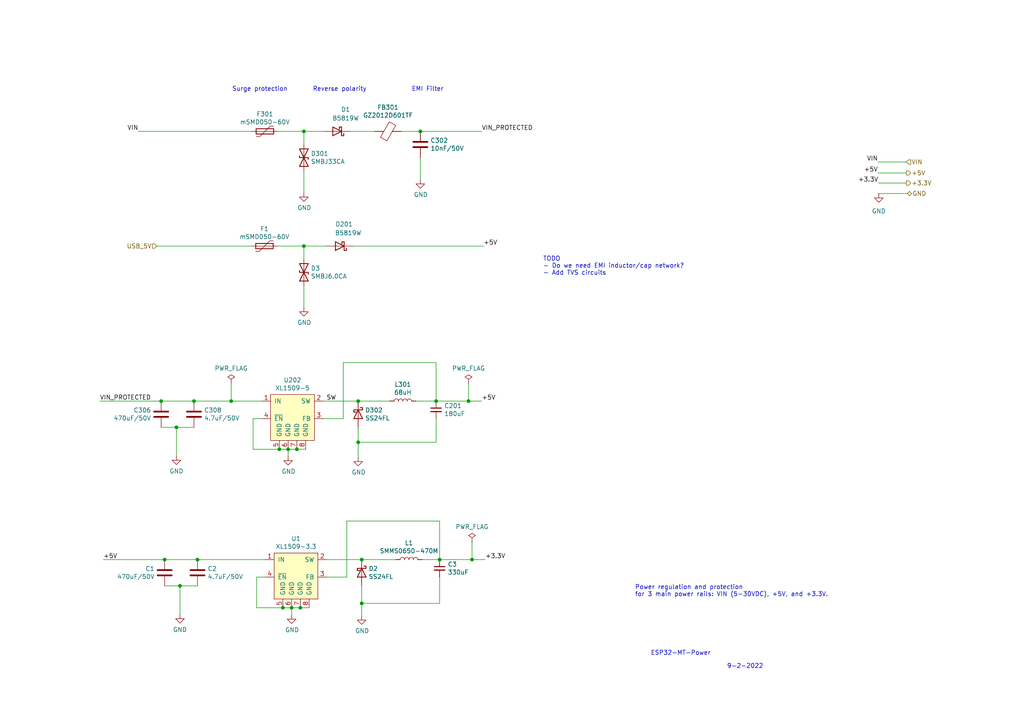
<source format=kicad_sch>
(kicad_sch (version 20211123) (generator eeschema)
  (paper "A4")
  (lib_symbols
    (symbol "Device:C" (pin_numbers hide) (pin_names (offset 0.254))
      (property "Reference" "C" (at 0.635 2.54 0))
      (property "Value" "C" (at 0.635 -2.54 0))
      (symbol "C_0_1"
        (polyline (pts (xy -2.032 -0.762) (xy 2.032 -0.762)) (stroke (width 0.508)))
        (polyline (pts (xy -2.032 0.762) (xy 2.032 0.762)) (stroke (width 0.508)))
      )
      (symbol "C_1_1"
        (pin passive line (at 0 3.81 270) (length 2.794) (name "~") (number "1"))
        (pin passive line (at 0 -3.81 90) (length 2.794) (name "~") (number "2"))
      )
    )
    (symbol "Device:C_Small" (pin_numbers hide) (pin_names (offset 0.254) hide)
      (property "Reference" "C" (at 0.254 1.778 0))
      (property "Value" "C_Small" (at 0.254 -2.032 0))
      (symbol "C_Small_0_1"
        (polyline (pts (xy -1.524 -0.508) (xy 1.524 -0.508)) (stroke (width 0.3302)))
        (polyline (pts (xy -1.524 0.508) (xy 1.524 0.508)) (stroke (width 0.3048)))
      )
      (symbol "C_Small_1_1"
        (pin passive line (at 0 2.54 270) (length 2.032) (name "~") (number "1"))
        (pin passive line (at 0 -2.54 90) (length 2.032) (name "~") (number "2"))
      )
    )
    (symbol "Device:D_Schottky" (pin_numbers hide) (pin_names (offset 1.016) hide)
      (property "Reference" "D" (at 0 2.54 0))
      (property "Value" "D_Schottky" (at 0 -2.54 0))
      (symbol "D_Schottky_0_1"
        (polyline (pts (xy 1.27 0) (xy -1.27 0)))
        (polyline (pts (xy 1.27 1.27) (xy 1.27 -1.27) (xy -1.27 0) (xy 1.27 1.27)) (stroke (width 0.254)))
        (polyline (pts (xy -1.905 0.635) (xy -1.905 1.27) (xy -1.27 1.27) (xy -1.27 -1.27) (xy -0.635 -1.27) (xy -0.635 -0.635)) (stroke (width 0.254)))
      )
      (symbol "D_Schottky_1_1"
        (pin passive line (at -3.81 0 0) (length 2.54) (name "K") (number "1"))
        (pin passive line (at 3.81 0 180) (length 2.54) (name "A") (number "2"))
      )
    )
    (symbol "Device:D_TVS" (pin_numbers hide) (pin_names (offset 1.016) hide)
      (property "Reference" "D" (at 0 2.54 0))
      (property "Value" "D_TVS" (at 0 -2.54 0))
      (symbol "D_TVS_0_1"
        (polyline (pts (xy 1.27 0) (xy -1.27 0)))
        (polyline (pts (xy 0.508 1.27) (xy 0 1.27) (xy 0 -1.27) (xy -0.508 -1.27)) (stroke (width 0.254)))
        (polyline (pts (xy -2.54 1.27) (xy -2.54 -1.27) (xy 2.54 1.27) (xy 2.54 -1.27) (xy -2.54 1.27)) (stroke (width 0.254)))
      )
      (symbol "D_TVS_1_1"
        (pin passive line (at -3.81 0 0) (length 2.54) (name "A1") (number "1"))
        (pin passive line (at 3.81 0 180) (length 2.54) (name "A2") (number "2"))
      )
    )
    (symbol "Device:FerriteBead" (pin_numbers hide) (pin_names (offset 0))
      (property "Reference" "FB" (at -3.81 0.635 90))
      (property "Value" "FerriteBead" (at 3.81 0 90))
      (symbol "FerriteBead_0_1"
        (polyline (pts (xy 0 -1.27) (xy 0 -1.2192)))
        (polyline (pts (xy 0 1.27) (xy 0 1.2954)))
        (polyline (pts (xy -2.7686 0.4064) (xy -1.7018 2.2606) (xy 2.7686 -0.3048) (xy 1.6764 -2.159) (xy -2.7686 0.4064)))
      )
      (symbol "FerriteBead_1_1"
        (pin passive line (at 0 3.81 270) (length 2.54) (name "~") (number "1"))
        (pin passive line (at 0 -3.81 90) (length 2.54) (name "~") (number "2"))
      )
    )
    (symbol "Device:L" (pin_numbers hide) (pin_names (offset 1.016) hide)
      (property "Reference" "L" (at -1.27 0 90))
      (property "Value" "L" (at 1.905 0 90))
      (symbol "L_0_1"
        (arc (start 0 -2.54) (mid 0.635 -1.905) (end 0 -1.27))
        (arc (start 0 -1.27) (mid 0.635 -0.635) (end 0 0))
        (arc (start 0 0) (mid 0.635 0.635) (end 0 1.27))
        (arc (start 0 1.27) (mid 0.635 1.905) (end 0 2.54))
      )
      (symbol "L_1_1"
        (pin passive line (at 0 3.81 270) (length 1.27) (name "1") (number "1"))
        (pin passive line (at 0 -3.81 90) (length 1.27) (name "2") (number "2"))
      )
    )
    (symbol "Device:Polyfuse" (pin_numbers hide) (pin_names (offset 0))
      (property "Reference" "F" (at -2.54 0 90))
      (property "Value" "Polyfuse" (at 2.54 0 90))
      (symbol "Polyfuse_0_1"
        (rectangle (start -0.762 2.54) (end 0.762 -2.54) (stroke (width 0.254)))
        (polyline (pts (xy 0 2.54) (xy 0 -2.54)))
        (polyline (pts (xy -1.524 2.54) (xy -1.524 1.524) (xy 1.524 -1.524) (xy 1.524 -2.54)))
      )
      (symbol "Polyfuse_1_1"
        (pin passive line (at 0 3.81 270) (length 1.27) (name "~") (number "1"))
        (pin passive line (at 0 -3.81 90) (length 1.27) (name "~") (number "2"))
      )
    )
    (symbol "SH-ESP32:XL1509-ADJE1" (pin_names (offset 1.016))
      (property "Reference" "U" (at 1.27 10.795 0))
      (property "Value" "XL1509-ADJE1" (at 7.62 8.89 0))
      (symbol "XL1509-ADJE1_0_1"
        (rectangle (start -6.35 6.985) (end 6.35 -6.35) (fill (type background)))
      )
      (symbol "XL1509-ADJE1_1_1"
        (pin power_in line (at -8.89 5.08 0) (length 2.54) (name "IN") (number "1"))
        (pin power_out line (at 8.89 5.08 180) (length 2.54) (name "SW") (number "2"))
        (pin input line (at 8.89 0 180) (length 2.54) (name "FB") (number "3"))
        (pin input line (at -8.89 0 0) (length 2.54) (name "~{EN}") (number "4"))
        (pin power_in line (at -3.81 -8.89 90) (length 2.54) (name "GND") (number "5"))
        (pin power_in line (at -1.27 -8.89 90) (length 2.54) (name "GND") (number "6"))
        (pin power_in line (at 1.27 -8.89 90) (length 2.54) (name "GND") (number "7"))
        (pin power_in line (at 3.81 -8.89 90) (length 2.54) (name "GND") (number "8"))
      )
    )
    (symbol "power:GND" (power) (pin_names (offset 0))
      (property "Value" "GND" (at 0 -3.81 0))
      (symbol "GND_0_1"
        (polyline (pts (xy 0 0) (xy 0 -1.27) (xy 1.27 -1.27) (xy 0 -2.54) (xy -1.27 -1.27) (xy 0 -1.27)))
      )
      (symbol "GND_1_1"
        (pin power_in line (at 0 0 270) (length 0) hide (name "GND") (number "1"))
      )
    )
    (symbol "power:PWR_FLAG" (power) (pin_numbers hide) (pin_names (offset 0) hide)
      (property "Value" "PWR_FLAG" (at 0 3.81 0))
      (symbol "PWR_FLAG_0_0"
        (pin power_out line (at 0 0 90) (length 0) (name "pwr") (number "1"))
      )
      (symbol "PWR_FLAG_0_1"
        (polyline (pts (xy 0 0) (xy 0 1.27) (xy -1.016 1.905) (xy 0 2.54) (xy 1.016 1.905) (xy 0 1.27)))
      )
    )
  )
  (junction (at 88.138 38.1))
  (junction (at 103.886 128.27))
  (junction (at 67.056 116.332))
  (junction (at 136.906 162.306))
  (junction (at 56.261 116.332))
  (junction (at 84.582 176.276))
  (junction (at 88.138 71.374))
  (junction (at 81.026 130.302))
  (junction (at 82.042 176.276))
  (junction (at 126.492 116.332))
  (junction (at 83.566 130.302))
  (junction (at 127.508 162.306))
  (junction (at 46.736 116.332))
  (junction (at 121.92 38.1))
  (junction (at 104.902 175.006))
  (junction (at 87.122 176.276))
  (junction (at 86.106 130.302))
  (junction (at 103.886 116.332))
  (junction (at 51.181 123.952))
  (junction (at 52.197 169.926))
  (junction (at 135.89 116.332))
  (junction (at 47.752 162.306))
  (junction (at 104.902 162.306))
  (junction (at 57.277 162.306))
  (wire (pts (xy 100.584 151.13) (xy 127.508 151.13)))
  (wire (pts (xy 100.584 167.386) (xy 100.584 151.13)))
  (wire (pts (xy 67.056 111.252) (xy 67.056 116.332)))
  (wire (pts (xy 84.582 176.276) (xy 84.582 178.308)))
  (wire (pts (xy 89.662 176.276) (xy 87.122 176.276)))
  (wire (pts (xy 254.889 56.134) (xy 263.144 56.134)))
  (wire (pts (xy 83.566 130.302) (xy 83.566 132.334)))
  (wire (pts (xy 116.332 38.1) (xy 121.92 38.1)))
  (wire (pts (xy 83.566 130.302) (xy 81.026 130.302)))
  (wire (pts (xy 127.508 151.13) (xy 127.508 162.306)))
  (wire (pts (xy 45.466 71.374) (xy 72.898 71.374)))
  (wire (pts (xy 127.508 167.386) (xy 127.508 175.006)))
  (wire (pts (xy 73.406 121.412) (xy 75.946 121.412)))
  (wire (pts (xy 126.492 116.332) (xy 135.89 116.332)))
  (wire (pts (xy 94.742 167.386) (xy 100.584 167.386)))
  (wire (pts (xy 93.726 121.412) (xy 99.568 121.412)))
  (wire (pts (xy 104.902 169.926) (xy 104.902 175.006)))
  (wire (pts (xy 136.906 157.226) (xy 136.906 162.306)))
  (wire (pts (xy 254.762 53.086) (xy 262.89 53.086)))
  (wire (pts (xy 80.518 71.374) (xy 88.138 71.374)))
  (wire (pts (xy 74.422 176.276) (xy 74.422 167.386)))
  (wire (pts (xy 56.261 123.952) (xy 51.181 123.952)))
  (wire (pts (xy 88.138 82.804) (xy 88.138 89.154)))
  (wire (pts (xy 103.886 116.332) (xy 113.03 116.332)))
  (wire (pts (xy 47.752 162.306) (xy 57.277 162.306)))
  (wire (pts (xy 73.406 130.302) (xy 81.026 130.302)))
  (wire (pts (xy 103.886 128.27) (xy 103.886 132.588)))
  (wire (pts (xy 29.972 162.306) (xy 47.752 162.306)))
  (wire (pts (xy 93.726 116.332) (xy 103.886 116.332)))
  (wire (pts (xy 135.89 111.252) (xy 135.89 116.332)))
  (wire (pts (xy 88.138 71.374) (xy 94.742 71.374)))
  (wire (pts (xy 103.886 123.952) (xy 103.886 128.27)))
  (wire (pts (xy 57.277 162.306) (xy 76.962 162.306)))
  (wire (pts (xy 88.138 41.91) (xy 88.138 38.1)))
  (wire (pts (xy 136.906 162.306) (xy 140.716 162.306)))
  (wire (pts (xy 88.646 130.302) (xy 86.106 130.302)))
  (wire (pts (xy 28.956 116.332) (xy 46.736 116.332)))
  (wire (pts (xy 74.422 167.386) (xy 76.962 167.386)))
  (wire (pts (xy 104.902 175.006) (xy 104.902 178.562)))
  (wire (pts (xy 99.568 105.156) (xy 126.492 105.156)))
  (wire (pts (xy 102.362 71.374) (xy 140.208 71.374)))
  (wire (pts (xy 56.261 116.332) (xy 67.056 116.332)))
  (wire (pts (xy 75.946 116.332) (xy 67.056 116.332)))
  (wire (pts (xy 88.138 38.1) (xy 93.98 38.1)))
  (wire (pts (xy 74.422 176.276) (xy 82.042 176.276)))
  (wire (pts (xy 51.181 123.952) (xy 51.181 132.207)))
  (wire (pts (xy 101.6 38.1) (xy 108.712 38.1)))
  (wire (pts (xy 121.92 38.1) (xy 139.7 38.1)))
  (wire (pts (xy 94.742 162.306) (xy 104.902 162.306)))
  (wire (pts (xy 86.106 130.302) (xy 83.566 130.302)))
  (wire (pts (xy 104.902 162.306) (xy 114.808 162.306)))
  (wire (pts (xy 52.197 169.926) (xy 52.197 178.181)))
  (wire (pts (xy 87.122 176.276) (xy 84.582 176.276)))
  (wire (pts (xy 57.277 169.926) (xy 52.197 169.926)))
  (wire (pts (xy 40.132 38.1) (xy 73.025 38.1)))
  (wire (pts (xy 46.736 116.332) (xy 56.261 116.332)))
  (wire (pts (xy 84.582 176.276) (xy 82.042 176.276)))
  (wire (pts (xy 122.428 162.306) (xy 127.508 162.306)))
  (wire (pts (xy 135.89 116.332) (xy 139.7 116.332)))
  (wire (pts (xy 99.568 121.412) (xy 99.568 105.156)))
  (wire (pts (xy 80.645 38.1) (xy 88.138 38.1)))
  (wire (pts (xy 127.508 162.306) (xy 136.906 162.306)))
  (wire (pts (xy 73.406 130.302) (xy 73.406 121.412)))
  (wire (pts (xy 120.65 116.332) (xy 126.492 116.332)))
  (wire (pts (xy 126.492 105.156) (xy 126.492 116.332)))
  (wire (pts (xy 47.752 169.926) (xy 52.197 169.926)))
  (wire (pts (xy 254.635 50.165) (xy 262.89 50.165)))
  (wire (pts (xy 46.736 123.952) (xy 51.181 123.952)))
  (wire (pts (xy 121.92 45.72) (xy 121.92 52.07)))
  (wire (pts (xy 126.492 121.412) (xy 126.492 128.27)))
  (wire (pts (xy 103.886 128.27) (xy 126.492 128.27)))
  (wire (pts (xy 104.902 175.006) (xy 127.508 175.006)))
  (wire (pts (xy 88.138 49.53) (xy 88.138 55.88)))
  (wire (pts (xy 254.635 46.99) (xy 262.89 46.99)))
  (wire (pts (xy 88.138 75.184) (xy 88.138 71.374)))
  (text "TODO\n- Do we need EMI inductor/cap network?\n- Add TVS circuits" (at 157.48 80.01 0) (effects (font (size 1.27 1.27)) (justify left bottom)))
  (text "Power regulation and protection \nfor 3 main power rails: VIN (5-30VDC), +5V, and +3.3V." (at 184.15 173.228 0) (effects (font (size 1.27 1.27)) (justify left bottom)))
  (text "9-2-2022" (at 210.82 194.056 0) (effects (font (size 1.27 1.27)) (justify left bottom)))
  (text "Reverse polarity" (at 90.678 26.67 0) (effects (font (size 1.27 1.27)) (justify left bottom)))
  (text "ESP32-MT-Power" (at 188.722 190.246 0) (effects (font (size 1.27 1.27)) (justify left bottom)))
  (text "EMI Filter" (at 119.38 26.67 0) (effects (font (size 1.27 1.27)) (justify left bottom)))
  (text "Surge protection" (at 67.31 26.67 0) (effects (font (size 1.27 1.27)) (justify left bottom)))
  (label "+5V" (at 29.972 162.306 0))
  (label "+5V" (at 140.208 71.374 0))
  (label "+5V" (at 254.635 50.165 180))
  (label "+3.3V" (at 254.762 53.086 180))
  (label "SW" (at 97.536 116.332 180))
  (label "+5V" (at 139.7 116.332 0))
  (label "VIN" (at 40.132 38.1 180))
  (label "VIN" (at 254.635 46.99 180))
  (label "VIN_PROTECTED" (at 139.7 38.1 0))
  (label "+3.3V" (at 140.716 162.306 0))
  (label "VIN_PROTECTED" (at 28.956 116.332 0))
  (hierarchical_label "USB_5V" (shape input) (at 45.466 71.374 180))
  (hierarchical_label "+5V" (shape output) (at 262.89 50.165 0))
  (hierarchical_label "GND" (shape bidirectional) (at 263.144 56.134 0))
  (hierarchical_label "VIN" (shape input) (at 262.89 46.99 0))
  (hierarchical_label "+3.3V" (shape output) (at 262.89 53.086 0))
  (symbol (lib_id "Device:L") (at 116.84 116.332 90) (unit 1)
    (property "Reference" "L301" (at 116.84 111.506 90))
    (property "Value" "68uH" (at 116.84 113.8174 90))
    (property "Footprint" "SH-ESP32:SMMS0650-1R0M" (effects hide))
    (property "LCSC" "C149588" (effects hide))
  )
  (symbol (lib_id "Device:D_Schottky") (at 103.886 120.142 270) (unit 1)
    (property "Reference" "D302" (at 105.8926 118.9736 90) (effects (justify left)))
    (property "Value" "SS24FL" (at 105.8926 121.285 90) (effects (justify left)))
    (property "Footprint" "Diode_SMD:D_SOD-123F" (effects hide))
    (property "LCSC" "C489144" (effects hide))
  )
  (symbol (lib_id "power:GND") (at 103.886 132.588 0) (unit 1)
    (property "Reference" "#PWR0305" (effects hide))
    (property "Value" "GND" (at 104.013 136.9822 0))
  )
  (symbol (lib_id "power:PWR_FLAG") (at 135.89 111.252 0) (unit 1)
    (property "Reference" "#FLG0301" (effects hide))
    (property "Value" "PWR_FLAG" (at 135.89 106.8324 0))
  )
  (symbol (lib_id "power:GND") (at 83.566 132.334 0) (unit 1)
    (property "Reference" "#PWR0303" (effects hide))
    (property "Value" "GND" (at 83.693 136.7282 0))
  )
  (symbol (lib_id "Device:Polyfuse") (at 76.835 38.1 270) (unit 1)
    (property "Reference" "F301" (at 76.835 33.0962 90))
    (property "Value" "mSMD050-60V" (at 76.835 35.4076 90))
    (property "Footprint" "Fuse:Fuse_1812_4532Metric" (effects hide))
    (property "LCSC" "C70113" (effects hide))
  )
  (symbol (lib_id "power:GND") (at 88.138 55.88 0) (unit 1)
    (property "Reference" "#PWR0304" (effects hide))
    (property "Value" "GND" (at 88.265 60.2742 0))
  )
  (symbol (lib_id "Device:D_TVS") (at 88.138 45.72 270) (unit 1)
    (property "Reference" "D301" (at 90.1446 44.5516 90) (effects (justify left)))
    (property "Value" "SMBJ33CA" (at 90.1446 46.863 90) (effects (justify left)))
    (property "Footprint" "Diode_SMD:D_SMB" (effects hide))
    (property "Datasheet" "https://www.littelfuse.com/~/media/electronics/datasheets/tvs_diodes/littelfuse_tvs_diode_smbj_datasheet.pdf.pdf" (effects hide))
    (property "LCSC" "C114000" (effects hide))
  )
  (symbol (lib_id "Device:FerriteBead") (at 112.522 38.1 270) (unit 1)
    (property "Reference" "FB301" (at 112.522 31.1404 90))
    (property "Value" "GZ2012D601TF" (at 112.522 33.4518 90))
    (property "Footprint" "Inductor_SMD:L_0805_2012Metric" (effects hide))
    (property "LCSC" "C1017" (effects hide))
  )
  (symbol (lib_id "Device:C") (at 121.92 41.91 0) (unit 1)
    (property "Reference" "C302" (at 124.841 40.7416 0) (effects (justify left)))
    (property "Value" "10nF/50V" (at 124.841 43.053 0) (effects (justify left)))
    (property "Footprint" "Capacitor_SMD:C_0402_1005Metric" (effects hide))
    (property "LCSC" "C15195" (effects hide))
  )
  (symbol (lib_id "power:GND") (at 121.92 52.07 0) (unit 1)
    (property "Reference" "#PWR0302" (effects hide))
    (property "Value" "GND" (at 122.047 56.4642 0))
  )
  (symbol (lib_id "Device:D_Schottky") (at 98.552 71.374 180) (unit 1)
    (property "Reference" "D201" (at 102.362 65.024 0) (effects (justify left)))
    (property "Value" "B5819W" (at 104.902 67.564 0) (effects (justify left)))
    (property "Footprint" "Diode_SMD:D_SOD-123" (effects hide))
    (property "LCSC" "C8598" (effects hide))
  )
  (symbol (lib_id "Device:C") (at 56.261 120.142 0) (unit 1)
    (property "Reference" "C308" (at 59.182 118.9736 0) (effects (justify left)))
    (property "Value" "4.7uF/50V" (at 59.182 121.285 0) (effects (justify left)))
    (property "Footprint" "Capacitor_SMD:C_1206_3216Metric" (effects hide))
    (property "Notes" "50V" (effects hide))
    (property "LCSC" "C29823" (effects hide))
  )
  (symbol (lib_id "Device:C") (at 46.736 120.142 0) (mirror x) (unit 1)
    (property "Reference" "C306" (at 43.8404 118.9736 0) (effects (justify right)))
    (property "Value" "470uF/50V" (at 43.8404 121.285 0) (effects (justify right)))
    (property "Footprint" "Capacitor_SMD:C_0805_2012Metric" (effects hide))
    (property "LCSC" "C13967" (effects hide))
  )
  (symbol (lib_id "power:PWR_FLAG") (at 67.056 111.252 0) (unit 1)
    (property "Reference" "#FLG0102" (effects hide))
    (property "Value" "PWR_FLAG" (at 67.056 106.8324 0))
  )
  (symbol (lib_id "SH-ESP32:XL1509-ADJE1") (at 84.836 121.412 0) (unit 1)
    (property "Reference" "U202" (at 84.836 110.236 0))
    (property "Value" "XL1509-5" (at 84.836 112.5474 0))
    (property "Footprint" "Package_SO:SOP-8_3.9x4.9mm_P1.27mm" (effects hide))
    (property "Datasheet" "https://datasheet.lcsc.com/lcsc/1809050422_XLSEMI-XL1509-5-0E1_C61063.pdf" (effects hide))
    (property "LCSC" "C2681226" (effects hide))
  )
  (symbol (lib_id "Device:C_Small") (at 126.492 118.872 0) (unit 1)
    (property "Reference" "C201" (at 128.8288 117.7036 0) (effects (justify left)))
    (property "Value" "180uF" (at 128.8288 120.015 0) (effects (justify left)))
    (property "Footprint" "Capacitor_SMD:C_0402_1005Metric" (effects hide))
    (property "LCSC" "C1532" (effects hide))
  )
  (symbol (lib_id "Device:L") (at 118.618 162.306 90) (unit 1)
    (property "Reference" "L1" (at 118.618 157.48 90))
    (property "Value" "SMMS0650-470M" (at 118.618 159.7914 90))
    (property "Footprint" "SH-ESP32:SMMS0650-1R0M" (effects hide))
    (property "LCSC" "C149588" (effects hide))
  )
  (symbol (lib_id "Device:D_Schottky") (at 104.902 166.116 270) (unit 1)
    (property "Reference" "D2" (at 106.9086 164.9476 90) (effects (justify left)))
    (property "Value" "SS24FL" (at 106.9086 167.259 90) (effects (justify left)))
    (property "Footprint" "Diode_SMD:D_SOD-123F" (effects hide))
    (property "LCSC" "C489144" (effects hide))
  )
  (symbol (lib_id "power:GND") (at 254.889 56.134 0) (unit 1)
    (property "Reference" "#PWR08" (effects hide))
    (property "Value" "GND" (at 254.889 61.214 0))
  )
  (symbol (lib_id "Device:D_TVS") (at 88.138 78.994 270) (unit 1)
    (property "Reference" "D3" (at 90.1446 77.8256 90) (effects (justify left)))
    (property "Value" "SMBJ6.0CA" (at 90.1446 80.137 90) (effects (justify left)))
    (property "Footprint" "Diode_SMD:D_SMB" (effects hide))
    (property "Datasheet" "https://www.littelfuse.com/~/media/electronics/datasheets/tvs_diodes/littelfuse_tvs_diode_smbj_datasheet.pdf.pdf" (effects hide))
    (property "LCSC" "C114000" (effects hide))
  )
  (symbol (lib_id "Device:C_Small") (at 127.508 164.846 0) (unit 1)
    (property "Reference" "C3" (at 129.8448 163.6776 0) (effects (justify left)))
    (property "Value" "330uF" (at 129.8448 165.989 0) (effects (justify left)))
    (property "Footprint" "Capacitor_SMD:C_0402_1005Metric" (effects hide))
    (property "LCSC" "C1532" (effects hide))
  )
  (symbol (lib_id "power:GND") (at 84.582 178.308 0) (unit 1)
    (property "Reference" "#PWR06" (effects hide))
    (property "Value" "GND" (at 84.709 182.7022 0))
  )
  (symbol (lib_id "Device:C") (at 47.752 166.116 0) (mirror x) (unit 1)
    (property "Reference" "C1" (at 44.8564 164.9476 0) (effects (justify right)))
    (property "Value" "470uF/50V" (at 44.8564 167.259 0) (effects (justify right)))
    (property "Footprint" "Capacitor_SMD:C_0805_2012Metric" (effects hide))
    (property "LCSC" "C13967" (effects hide))
  )
  (symbol (lib_id "power:GND") (at 88.138 89.154 0) (unit 1)
    (property "Reference" "#PWR03" (effects hide))
    (property "Value" "GND" (at 88.265 93.5482 0))
  )
  (symbol (lib_id "Device:C") (at 57.277 166.116 0) (unit 1)
    (property "Reference" "C2" (at 60.198 164.9476 0) (effects (justify left)))
    (property "Value" "4.7uF/50V" (at 60.198 167.259 0) (effects (justify left)))
    (property "Footprint" "Capacitor_SMD:C_1206_3216Metric" (effects hide))
    (property "Notes" "50V" (effects hide))
    (property "LCSC" "C29823" (effects hide))
  )
  (symbol (lib_id "SH-ESP32:XL1509-ADJE1") (at 85.852 167.386 0) (unit 1)
    (property "Reference" "U1" (at 85.852 156.21 0))
    (property "Value" "XL1509-3.3" (at 85.852 158.5214 0))
    (property "Footprint" "Package_SO:SOP-8_3.9x4.9mm_P1.27mm" (effects hide))
    (property "Datasheet" "https://datasheet.lcsc.com/lcsc/1809050422_XLSEMI-XL1509-5-0E1_C61063.pdf" (effects hide))
    (property "LCSC" "C2681226" (effects hide))
  )
  (symbol (lib_id "power:GND") (at 51.181 132.207 0) (unit 1)
    (property "Reference" "#PWR04" (effects hide))
    (property "Value" "GND" (at 51.181 136.652 0))
  )
  (symbol (lib_id "Device:D_Schottky") (at 97.79 38.1 180) (unit 1)
    (property "Reference" "D1" (at 101.6 31.75 0) (effects (justify left)))
    (property "Value" "B5819W" (at 104.14 34.29 0) (effects (justify left)))
    (property "Footprint" "Diode_SMD:D_SOD-123" (effects hide))
    (property "LCSC" "C8598" (effects hide))
  )
  (symbol (lib_id "power:GND") (at 104.902 178.562 0) (unit 1)
    (property "Reference" "#PWR07" (effects hide))
    (property "Value" "GND" (at 105.029 182.9562 0))
  )
  (symbol (lib_id "power:GND") (at 52.197 178.181 0) (unit 1)
    (property "Reference" "#PWR05" (effects hide))
    (property "Value" "GND" (at 52.197 182.626 0))
  )
  (symbol (lib_id "power:PWR_FLAG") (at 136.906 157.226 0) (unit 1)
    (property "Reference" "#FLG02" (effects hide))
    (property "Value" "PWR_FLAG" (at 136.906 152.8064 0))
  )
  (symbol (lib_id "Device:Polyfuse") (at 76.708 71.374 270) (unit 1)
    (property "Reference" "F1" (at 76.708 66.3702 90))
    (property "Value" "mSMD050-60V" (at 76.708 68.6816 90))
    (property "Footprint" "Fuse:Fuse_1812_4532Metric" (effects hide))
    (property "LCSC" "C70113" (effects hide))
  )
)
</source>
